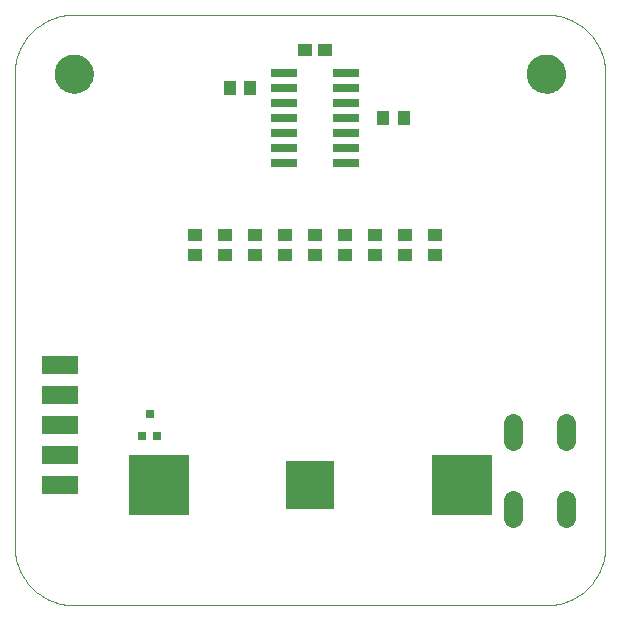
<source format=gbs>
G75*
G70*
%OFA0B0*%
%FSLAX24Y24*%
%IPPOS*%
%LPD*%
%AMOC8*
5,1,8,0,0,1.08239X$1,22.5*
%
%ADD10C,0.0000*%
%ADD11R,0.0473X0.0434*%
%ADD12R,0.1640X0.1640*%
%ADD13R,0.2040X0.2040*%
%ADD14R,0.0910X0.0280*%
%ADD15R,0.0434X0.0473*%
%ADD16C,0.0640*%
%ADD17C,0.1300*%
%ADD18R,0.0276X0.0257*%
%ADD19R,0.1221X0.0631*%
D10*
X000655Y002624D02*
X000655Y018372D01*
X001994Y018372D02*
X001996Y018422D01*
X002002Y018472D01*
X002012Y018521D01*
X002026Y018569D01*
X002043Y018616D01*
X002064Y018661D01*
X002089Y018705D01*
X002117Y018746D01*
X002149Y018785D01*
X002183Y018822D01*
X002220Y018856D01*
X002260Y018886D01*
X002302Y018913D01*
X002346Y018937D01*
X002392Y018958D01*
X002439Y018974D01*
X002487Y018987D01*
X002537Y018996D01*
X002586Y019001D01*
X002637Y019002D01*
X002687Y018999D01*
X002736Y018992D01*
X002785Y018981D01*
X002833Y018966D01*
X002879Y018948D01*
X002924Y018926D01*
X002967Y018900D01*
X003008Y018871D01*
X003047Y018839D01*
X003083Y018804D01*
X003115Y018766D01*
X003145Y018726D01*
X003172Y018683D01*
X003195Y018639D01*
X003214Y018593D01*
X003230Y018545D01*
X003242Y018496D01*
X003250Y018447D01*
X003254Y018397D01*
X003254Y018347D01*
X003250Y018297D01*
X003242Y018248D01*
X003230Y018199D01*
X003214Y018151D01*
X003195Y018105D01*
X003172Y018061D01*
X003145Y018018D01*
X003115Y017978D01*
X003083Y017940D01*
X003047Y017905D01*
X003008Y017873D01*
X002967Y017844D01*
X002924Y017818D01*
X002879Y017796D01*
X002833Y017778D01*
X002785Y017763D01*
X002736Y017752D01*
X002687Y017745D01*
X002637Y017742D01*
X002586Y017743D01*
X002537Y017748D01*
X002487Y017757D01*
X002439Y017770D01*
X002392Y017786D01*
X002346Y017807D01*
X002302Y017831D01*
X002260Y017858D01*
X002220Y017888D01*
X002183Y017922D01*
X002149Y017959D01*
X002117Y017998D01*
X002089Y018039D01*
X002064Y018083D01*
X002043Y018128D01*
X002026Y018175D01*
X002012Y018223D01*
X002002Y018272D01*
X001996Y018322D01*
X001994Y018372D01*
X000655Y018372D02*
X000657Y018466D01*
X000664Y018559D01*
X000675Y018652D01*
X000691Y018745D01*
X000711Y018836D01*
X000735Y018927D01*
X000763Y019016D01*
X000796Y019104D01*
X000833Y019190D01*
X000874Y019274D01*
X000919Y019357D01*
X000968Y019437D01*
X001020Y019514D01*
X001076Y019589D01*
X001136Y019661D01*
X001199Y019731D01*
X001265Y019797D01*
X001335Y019860D01*
X001407Y019920D01*
X001482Y019976D01*
X001559Y020028D01*
X001639Y020077D01*
X001722Y020122D01*
X001806Y020163D01*
X001892Y020200D01*
X001980Y020233D01*
X002069Y020261D01*
X002160Y020285D01*
X002251Y020305D01*
X002344Y020321D01*
X002437Y020332D01*
X002530Y020339D01*
X002624Y020341D01*
X002624Y020340D02*
X018372Y020340D01*
X017742Y018372D02*
X017744Y018422D01*
X017750Y018472D01*
X017760Y018521D01*
X017774Y018569D01*
X017791Y018616D01*
X017812Y018661D01*
X017837Y018705D01*
X017865Y018746D01*
X017897Y018785D01*
X017931Y018822D01*
X017968Y018856D01*
X018008Y018886D01*
X018050Y018913D01*
X018094Y018937D01*
X018140Y018958D01*
X018187Y018974D01*
X018235Y018987D01*
X018285Y018996D01*
X018334Y019001D01*
X018385Y019002D01*
X018435Y018999D01*
X018484Y018992D01*
X018533Y018981D01*
X018581Y018966D01*
X018627Y018948D01*
X018672Y018926D01*
X018715Y018900D01*
X018756Y018871D01*
X018795Y018839D01*
X018831Y018804D01*
X018863Y018766D01*
X018893Y018726D01*
X018920Y018683D01*
X018943Y018639D01*
X018962Y018593D01*
X018978Y018545D01*
X018990Y018496D01*
X018998Y018447D01*
X019002Y018397D01*
X019002Y018347D01*
X018998Y018297D01*
X018990Y018248D01*
X018978Y018199D01*
X018962Y018151D01*
X018943Y018105D01*
X018920Y018061D01*
X018893Y018018D01*
X018863Y017978D01*
X018831Y017940D01*
X018795Y017905D01*
X018756Y017873D01*
X018715Y017844D01*
X018672Y017818D01*
X018627Y017796D01*
X018581Y017778D01*
X018533Y017763D01*
X018484Y017752D01*
X018435Y017745D01*
X018385Y017742D01*
X018334Y017743D01*
X018285Y017748D01*
X018235Y017757D01*
X018187Y017770D01*
X018140Y017786D01*
X018094Y017807D01*
X018050Y017831D01*
X018008Y017858D01*
X017968Y017888D01*
X017931Y017922D01*
X017897Y017959D01*
X017865Y017998D01*
X017837Y018039D01*
X017812Y018083D01*
X017791Y018128D01*
X017774Y018175D01*
X017760Y018223D01*
X017750Y018272D01*
X017744Y018322D01*
X017742Y018372D01*
X018372Y020341D02*
X018466Y020339D01*
X018559Y020332D01*
X018652Y020321D01*
X018745Y020305D01*
X018836Y020285D01*
X018927Y020261D01*
X019016Y020233D01*
X019104Y020200D01*
X019190Y020163D01*
X019274Y020122D01*
X019356Y020077D01*
X019437Y020028D01*
X019514Y019976D01*
X019589Y019920D01*
X019661Y019860D01*
X019731Y019797D01*
X019797Y019731D01*
X019860Y019661D01*
X019920Y019589D01*
X019976Y019514D01*
X020028Y019437D01*
X020077Y019356D01*
X020122Y019274D01*
X020163Y019190D01*
X020200Y019104D01*
X020233Y019016D01*
X020261Y018927D01*
X020285Y018836D01*
X020305Y018745D01*
X020321Y018652D01*
X020332Y018559D01*
X020339Y018466D01*
X020341Y018372D01*
X020340Y018372D02*
X020340Y002624D01*
X020341Y002624D02*
X020339Y002530D01*
X020332Y002437D01*
X020321Y002344D01*
X020305Y002251D01*
X020285Y002160D01*
X020261Y002069D01*
X020233Y001980D01*
X020200Y001892D01*
X020163Y001806D01*
X020122Y001722D01*
X020077Y001640D01*
X020028Y001559D01*
X019976Y001482D01*
X019920Y001407D01*
X019860Y001335D01*
X019797Y001265D01*
X019731Y001199D01*
X019661Y001136D01*
X019589Y001076D01*
X019514Y001020D01*
X019437Y000968D01*
X019357Y000919D01*
X019274Y000874D01*
X019190Y000833D01*
X019104Y000796D01*
X019016Y000763D01*
X018927Y000735D01*
X018836Y000711D01*
X018745Y000691D01*
X018652Y000675D01*
X018559Y000664D01*
X018466Y000657D01*
X018372Y000655D01*
X002624Y000655D01*
X002530Y000657D01*
X002437Y000664D01*
X002344Y000675D01*
X002251Y000691D01*
X002160Y000711D01*
X002069Y000735D01*
X001980Y000763D01*
X001892Y000796D01*
X001806Y000833D01*
X001722Y000874D01*
X001639Y000919D01*
X001559Y000968D01*
X001482Y001020D01*
X001407Y001076D01*
X001335Y001136D01*
X001265Y001199D01*
X001199Y001265D01*
X001136Y001335D01*
X001076Y001407D01*
X001020Y001482D01*
X000968Y001559D01*
X000919Y001640D01*
X000874Y001722D01*
X000833Y001806D01*
X000796Y001892D01*
X000763Y001980D01*
X000735Y002069D01*
X000711Y002160D01*
X000691Y002251D01*
X000675Y002344D01*
X000664Y002437D01*
X000657Y002530D01*
X000655Y002624D01*
D11*
X006655Y012320D03*
X006655Y012990D03*
X007655Y012990D03*
X007655Y012320D03*
X008655Y012320D03*
X008655Y012990D03*
X009655Y012990D03*
X009655Y012320D03*
X010655Y012320D03*
X010655Y012990D03*
X011655Y012990D03*
X011655Y012320D03*
X012655Y012320D03*
X012655Y012990D03*
X013655Y012990D03*
X013655Y012320D03*
X014655Y012320D03*
X014655Y012990D03*
X010990Y019155D03*
X010320Y019155D03*
D12*
X010498Y004655D03*
D13*
X015548Y004655D03*
X005448Y004655D03*
D14*
X009625Y015405D03*
X009625Y015905D03*
X009625Y016405D03*
X009625Y016905D03*
X009625Y017405D03*
X009625Y017905D03*
X009625Y018405D03*
X011685Y018405D03*
X011685Y017905D03*
X011685Y017405D03*
X011685Y016905D03*
X011685Y016405D03*
X011685Y015905D03*
X011685Y015405D03*
D15*
X012945Y016905D03*
X013615Y016905D03*
X008490Y017905D03*
X007820Y017905D03*
D16*
X017265Y006735D02*
X017265Y006135D01*
X019045Y006135D02*
X019045Y006735D01*
X019045Y004175D02*
X019045Y003575D01*
X017265Y003575D02*
X017265Y004175D01*
D17*
X018372Y018372D03*
X002624Y018372D03*
D18*
X005155Y007019D03*
X004899Y006291D03*
X005411Y006291D03*
D19*
X002155Y006655D03*
X002155Y005655D03*
X002155Y004655D03*
X002155Y007655D03*
X002155Y008655D03*
M02*

</source>
